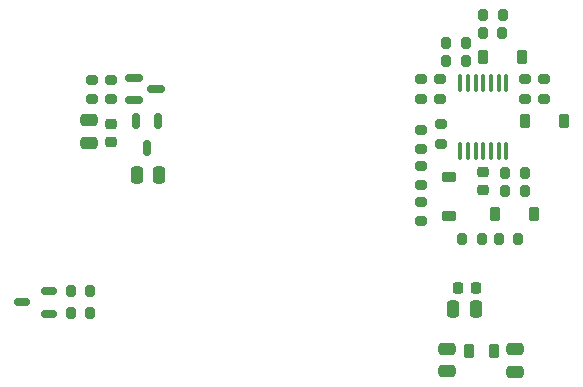
<source format=gbr>
%TF.GenerationSoftware,KiCad,Pcbnew,8.99.0-1891-ge2bd76bdce*%
%TF.CreationDate,2024-11-18T13:52:10+02:00*%
%TF.ProjectId,mini_board_relay_analog,6d696e69-5f62-46f6-9172-645f72656c61,rev?*%
%TF.SameCoordinates,Original*%
%TF.FileFunction,Paste,Top*%
%TF.FilePolarity,Positive*%
%FSLAX46Y46*%
G04 Gerber Fmt 4.6, Leading zero omitted, Abs format (unit mm)*
G04 Created by KiCad (PCBNEW 8.99.0-1891-ge2bd76bdce) date 2024-11-18 13:52:10*
%MOMM*%
%LPD*%
G01*
G04 APERTURE LIST*
G04 Aperture macros list*
%AMRoundRect*
0 Rectangle with rounded corners*
0 $1 Rounding radius*
0 $2 $3 $4 $5 $6 $7 $8 $9 X,Y pos of 4 corners*
0 Add a 4 corners polygon primitive as box body*
4,1,4,$2,$3,$4,$5,$6,$7,$8,$9,$2,$3,0*
0 Add four circle primitives for the rounded corners*
1,1,$1+$1,$2,$3*
1,1,$1+$1,$4,$5*
1,1,$1+$1,$6,$7*
1,1,$1+$1,$8,$9*
0 Add four rect primitives between the rounded corners*
20,1,$1+$1,$2,$3,$4,$5,0*
20,1,$1+$1,$4,$5,$6,$7,0*
20,1,$1+$1,$6,$7,$8,$9,0*
20,1,$1+$1,$8,$9,$2,$3,0*%
G04 Aperture macros list end*
%ADD10RoundRect,0.250000X0.250000X0.475000X-0.250000X0.475000X-0.250000X-0.475000X0.250000X-0.475000X0*%
%ADD11RoundRect,0.250000X0.475000X-0.250000X0.475000X0.250000X-0.475000X0.250000X-0.475000X-0.250000X0*%
%ADD12RoundRect,0.200000X0.275000X-0.200000X0.275000X0.200000X-0.275000X0.200000X-0.275000X-0.200000X0*%
%ADD13RoundRect,0.225000X-0.225000X-0.375000X0.225000X-0.375000X0.225000X0.375000X-0.225000X0.375000X0*%
%ADD14RoundRect,0.150000X-0.150000X0.512500X-0.150000X-0.512500X0.150000X-0.512500X0.150000X0.512500X0*%
%ADD15RoundRect,0.100000X0.100000X-0.637500X0.100000X0.637500X-0.100000X0.637500X-0.100000X-0.637500X0*%
%ADD16RoundRect,0.218750X0.218750X0.381250X-0.218750X0.381250X-0.218750X-0.381250X0.218750X-0.381250X0*%
%ADD17RoundRect,0.200000X-0.275000X0.200000X-0.275000X-0.200000X0.275000X-0.200000X0.275000X0.200000X0*%
%ADD18RoundRect,0.200000X0.200000X0.275000X-0.200000X0.275000X-0.200000X-0.275000X0.200000X-0.275000X0*%
%ADD19RoundRect,0.225000X-0.375000X0.225000X-0.375000X-0.225000X0.375000X-0.225000X0.375000X0.225000X0*%
%ADD20RoundRect,0.200000X-0.200000X-0.275000X0.200000X-0.275000X0.200000X0.275000X-0.200000X0.275000X0*%
%ADD21RoundRect,0.250000X-0.475000X0.250000X-0.475000X-0.250000X0.475000X-0.250000X0.475000X0.250000X0*%
%ADD22RoundRect,0.150000X-0.587500X-0.150000X0.587500X-0.150000X0.587500X0.150000X-0.587500X0.150000X0*%
%ADD23RoundRect,0.225000X0.250000X-0.225000X0.250000X0.225000X-0.250000X0.225000X-0.250000X-0.225000X0*%
%ADD24RoundRect,0.225000X-0.250000X0.225000X-0.250000X-0.225000X0.250000X-0.225000X0.250000X0.225000X0*%
%ADD25RoundRect,0.150000X0.512500X0.150000X-0.512500X0.150000X-0.512500X-0.150000X0.512500X-0.150000X0*%
%ADD26RoundRect,0.225000X0.225000X0.250000X-0.225000X0.250000X-0.225000X-0.250000X0.225000X-0.250000X0*%
G04 APERTURE END LIST*
D10*
%TO.C,C1*%
X144940000Y-115980000D03*
X143040000Y-115980000D03*
%TD*%
D11*
%TO.C,C3*%
X112170000Y-101880000D03*
X112170000Y-99980000D03*
%TD*%
D12*
%TO.C,R12*%
X149120000Y-98145000D03*
X149120000Y-96495000D03*
%TD*%
D13*
%TO.C,D4*%
X149130000Y-100040000D03*
X152430000Y-100040000D03*
%TD*%
D14*
%TO.C,D2*%
X118080000Y-100080000D03*
X116180000Y-100080000D03*
X117130000Y-102355000D03*
%TD*%
D12*
%TO.C,R1*%
X140330000Y-108520000D03*
X140330000Y-106870000D03*
%TD*%
D15*
%TO.C,U1*%
X143620000Y-102550000D03*
X144270000Y-102550000D03*
X144920000Y-102550000D03*
X145570000Y-102550000D03*
X146220000Y-102550000D03*
X146870000Y-102550000D03*
X147520000Y-102550000D03*
X147520000Y-96825000D03*
X146870000Y-96825000D03*
X146220000Y-96825000D03*
X145570000Y-96825000D03*
X144920000Y-96825000D03*
X144270000Y-96825000D03*
X143620000Y-96825000D03*
%TD*%
D16*
%TO.C,L1*%
X146462500Y-119480000D03*
X144337500Y-119480000D03*
%TD*%
D17*
%TO.C,R4*%
X140290000Y-96505000D03*
X140290000Y-98155000D03*
%TD*%
D12*
%TO.C,R19*%
X114090000Y-98195000D03*
X114090000Y-96545000D03*
%TD*%
D18*
%TO.C,R20*%
X144105000Y-93470000D03*
X142455000Y-93470000D03*
%TD*%
D19*
%TO.C,D3*%
X142670000Y-104810000D03*
X142670000Y-108110000D03*
%TD*%
D12*
%TO.C,R2*%
X140330000Y-105490000D03*
X140330000Y-103840000D03*
%TD*%
D20*
%TO.C,R6*%
X145555000Y-92620000D03*
X147205000Y-92620000D03*
%TD*%
D17*
%TO.C,R11*%
X140330000Y-100810000D03*
X140330000Y-102460000D03*
%TD*%
D20*
%TO.C,R17*%
X110635000Y-114440000D03*
X112285000Y-114440000D03*
%TD*%
D21*
%TO.C,C6*%
X142530000Y-119340000D03*
X142530000Y-121240000D03*
%TD*%
D22*
%TO.C,Q1*%
X116020000Y-96400000D03*
X116020000Y-98300000D03*
X117895000Y-97350000D03*
%TD*%
D12*
%TO.C,R5*%
X141910000Y-98155000D03*
X141910000Y-96505000D03*
%TD*%
D17*
%TO.C,R18*%
X112410000Y-96545000D03*
X112410000Y-98195000D03*
%TD*%
D20*
%TO.C,R15*%
X147435000Y-105980000D03*
X149085000Y-105980000D03*
%TD*%
D17*
%TO.C,R13*%
X150680000Y-96495000D03*
X150680000Y-98145000D03*
%TD*%
D20*
%TO.C,R9*%
X142455000Y-95010000D03*
X144105000Y-95010000D03*
%TD*%
D23*
%TO.C,C4*%
X114020000Y-101845000D03*
X114020000Y-100295000D03*
%TD*%
D10*
%TO.C,C8*%
X118150000Y-104610000D03*
X116250000Y-104610000D03*
%TD*%
D24*
%TO.C,C7*%
X145530000Y-104337500D03*
X145530000Y-105887500D03*
%TD*%
D20*
%TO.C,R8*%
X146895000Y-110070000D03*
X148545000Y-110070000D03*
%TD*%
D21*
%TO.C,C5*%
X148270000Y-119390000D03*
X148270000Y-121290000D03*
%TD*%
D20*
%TO.C,R16*%
X110645000Y-116340000D03*
X112295000Y-116340000D03*
%TD*%
D17*
%TO.C,R10*%
X141980000Y-100345000D03*
X141980000Y-101995000D03*
%TD*%
D18*
%TO.C,R14*%
X149075000Y-104430000D03*
X147425000Y-104430000D03*
%TD*%
%TO.C,R3*%
X147215000Y-91080000D03*
X145565000Y-91080000D03*
%TD*%
D25*
%TO.C,D1*%
X108775000Y-116350000D03*
X108775000Y-114450000D03*
X106500000Y-115400000D03*
%TD*%
D26*
%TO.C,C2*%
X144985000Y-114160000D03*
X143435000Y-114160000D03*
%TD*%
D20*
%TO.C,R7*%
X143785000Y-110050000D03*
X145435000Y-110050000D03*
%TD*%
D13*
%TO.C,D5*%
X146580000Y-107940000D03*
X149880000Y-107940000D03*
%TD*%
%TO.C,D6*%
X145570000Y-94600000D03*
X148870000Y-94600000D03*
%TD*%
M02*

</source>
